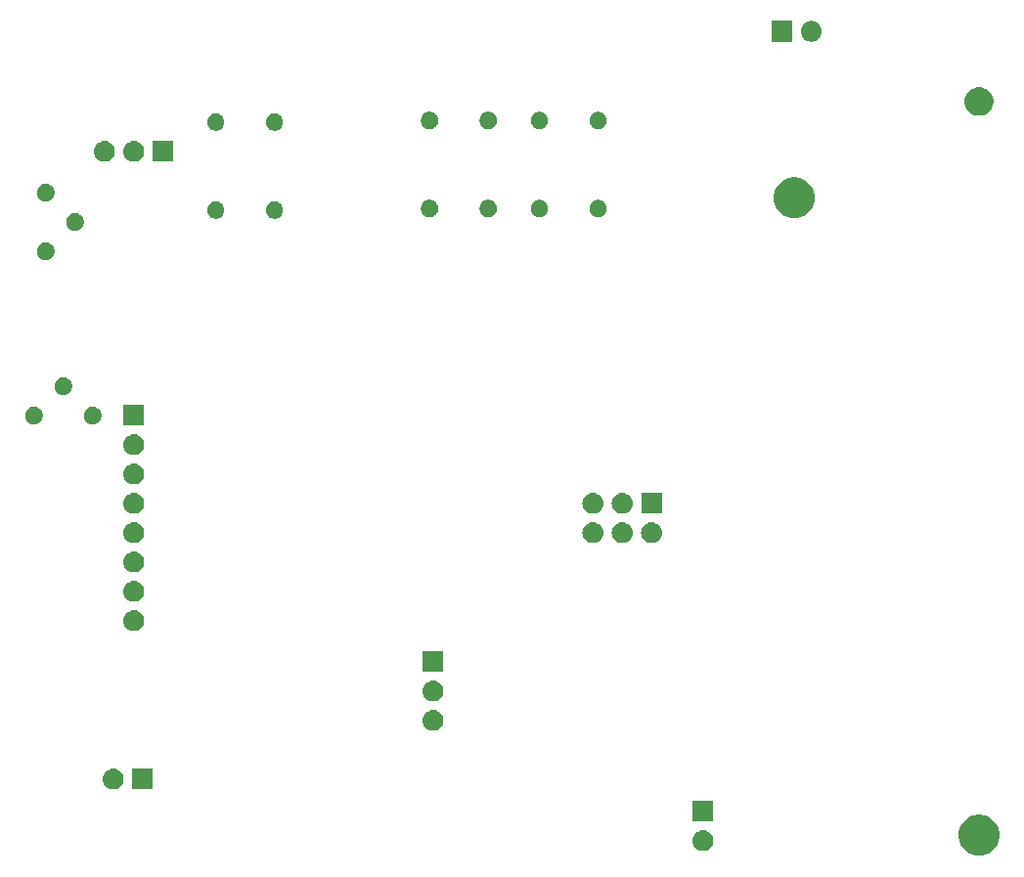
<source format=gbr>
G04 #@! TF.GenerationSoftware,KiCad,Pcbnew,5.0.2+dfsg1-1~bpo9+1*
G04 #@! TF.CreationDate,2019-10-12T12:41:39-07:00*
G04 #@! TF.ProjectId,birdEar,62697264-4561-4722-9e6b-696361645f70,rev?*
G04 #@! TF.SameCoordinates,Original*
G04 #@! TF.FileFunction,Soldermask,Bot*
G04 #@! TF.FilePolarity,Negative*
%FSLAX46Y46*%
G04 Gerber Fmt 4.6, Leading zero omitted, Abs format (unit mm)*
G04 Created by KiCad (PCBNEW 5.0.2+dfsg1-1~bpo9+1) date Sat 12 Oct 2019 12:41:39 PM PDT*
%MOMM*%
%LPD*%
G01*
G04 APERTURE LIST*
%ADD10C,0.100000*%
G04 APERTURE END LIST*
D10*
G36*
X158876285Y-148899106D02*
X159047750Y-148933213D01*
X159370778Y-149067015D01*
X159661495Y-149261267D01*
X159908733Y-149508505D01*
X160102985Y-149799222D01*
X160236787Y-150122250D01*
X160236787Y-150122252D01*
X160287671Y-150378058D01*
X160305000Y-150465180D01*
X160305000Y-150814820D01*
X160236787Y-151157750D01*
X160102985Y-151480778D01*
X159908733Y-151771495D01*
X159661495Y-152018733D01*
X159370778Y-152212985D01*
X159047750Y-152346787D01*
X158876285Y-152380893D01*
X158704822Y-152415000D01*
X158355178Y-152415000D01*
X158183715Y-152380893D01*
X158012250Y-152346787D01*
X157689222Y-152212985D01*
X157398505Y-152018733D01*
X157151267Y-151771495D01*
X156957015Y-151480778D01*
X156823213Y-151157750D01*
X156755000Y-150814820D01*
X156755000Y-150465180D01*
X156772330Y-150378058D01*
X156823213Y-150122252D01*
X156823213Y-150122250D01*
X156957015Y-149799222D01*
X157151267Y-149508505D01*
X157398505Y-149261267D01*
X157689222Y-149067015D01*
X158012250Y-148933213D01*
X158183715Y-148899106D01*
X158355178Y-148865000D01*
X158704822Y-148865000D01*
X158876285Y-148899106D01*
X158876285Y-148899106D01*
G37*
G36*
X134796431Y-150243023D02*
X134966081Y-150294486D01*
X134966084Y-150294487D01*
X135054353Y-150341668D01*
X135122432Y-150378057D01*
X135228592Y-150465180D01*
X135259475Y-150490525D01*
X135371942Y-150627567D01*
X135455513Y-150783916D01*
X135455514Y-150783919D01*
X135506977Y-150953569D01*
X135524354Y-151130000D01*
X135506977Y-151306431D01*
X135455514Y-151476081D01*
X135455513Y-151476084D01*
X135408332Y-151564353D01*
X135371943Y-151632432D01*
X135259475Y-151769475D01*
X135122432Y-151881943D01*
X135054353Y-151918332D01*
X134966084Y-151965513D01*
X134966081Y-151965514D01*
X134796431Y-152016977D01*
X134664207Y-152030000D01*
X134575793Y-152030000D01*
X134443569Y-152016977D01*
X134273919Y-151965514D01*
X134273916Y-151965513D01*
X134185647Y-151918332D01*
X134117568Y-151881943D01*
X133980525Y-151769475D01*
X133868057Y-151632432D01*
X133831668Y-151564353D01*
X133784487Y-151476084D01*
X133784486Y-151476081D01*
X133733023Y-151306431D01*
X133715646Y-151130000D01*
X133733023Y-150953569D01*
X133784486Y-150783919D01*
X133784487Y-150783916D01*
X133868058Y-150627567D01*
X133980525Y-150490525D01*
X134011408Y-150465180D01*
X134117568Y-150378057D01*
X134185647Y-150341668D01*
X134273916Y-150294487D01*
X134273919Y-150294486D01*
X134443569Y-150243023D01*
X134575793Y-150230000D01*
X134664207Y-150230000D01*
X134796431Y-150243023D01*
X134796431Y-150243023D01*
G37*
G36*
X135520000Y-149490000D02*
X133720000Y-149490000D01*
X133720000Y-147690000D01*
X135520000Y-147690000D01*
X135520000Y-149490000D01*
X135520000Y-149490000D01*
G37*
G36*
X87006000Y-146696000D02*
X85206000Y-146696000D01*
X85206000Y-144896000D01*
X87006000Y-144896000D01*
X87006000Y-146696000D01*
X87006000Y-146696000D01*
G37*
G36*
X83742431Y-144909023D02*
X83912081Y-144960486D01*
X83912084Y-144960487D01*
X84000353Y-145007668D01*
X84068432Y-145044057D01*
X84068434Y-145044058D01*
X84068433Y-145044058D01*
X84205475Y-145156525D01*
X84317942Y-145293567D01*
X84401513Y-145449916D01*
X84401514Y-145449919D01*
X84452977Y-145619569D01*
X84470354Y-145796000D01*
X84452977Y-145972431D01*
X84401514Y-146142081D01*
X84401513Y-146142084D01*
X84354332Y-146230353D01*
X84317943Y-146298432D01*
X84205475Y-146435475D01*
X84068432Y-146547943D01*
X84000353Y-146584332D01*
X83912084Y-146631513D01*
X83912081Y-146631514D01*
X83742431Y-146682977D01*
X83610207Y-146696000D01*
X83521793Y-146696000D01*
X83389569Y-146682977D01*
X83219919Y-146631514D01*
X83219916Y-146631513D01*
X83131647Y-146584332D01*
X83063568Y-146547943D01*
X82926525Y-146435475D01*
X82814057Y-146298432D01*
X82777668Y-146230353D01*
X82730487Y-146142084D01*
X82730486Y-146142081D01*
X82679023Y-145972431D01*
X82661646Y-145796000D01*
X82679023Y-145619569D01*
X82730486Y-145449919D01*
X82730487Y-145449916D01*
X82814058Y-145293567D01*
X82926525Y-145156525D01*
X83063567Y-145044058D01*
X83063566Y-145044058D01*
X83063568Y-145044057D01*
X83131647Y-145007668D01*
X83219916Y-144960487D01*
X83219919Y-144960486D01*
X83389569Y-144909023D01*
X83521793Y-144896000D01*
X83610207Y-144896000D01*
X83742431Y-144909023D01*
X83742431Y-144909023D01*
G37*
G36*
X111428431Y-139829023D02*
X111598081Y-139880486D01*
X111598084Y-139880487D01*
X111686353Y-139927668D01*
X111754432Y-139964057D01*
X111754434Y-139964058D01*
X111754433Y-139964058D01*
X111891475Y-140076525D01*
X112003942Y-140213567D01*
X112087513Y-140369916D01*
X112087514Y-140369919D01*
X112138977Y-140539569D01*
X112156354Y-140716000D01*
X112138977Y-140892431D01*
X112087514Y-141062081D01*
X112087513Y-141062084D01*
X112040332Y-141150353D01*
X112003943Y-141218432D01*
X111891475Y-141355475D01*
X111754432Y-141467943D01*
X111686353Y-141504332D01*
X111598084Y-141551513D01*
X111598081Y-141551514D01*
X111428431Y-141602977D01*
X111296207Y-141616000D01*
X111207793Y-141616000D01*
X111075569Y-141602977D01*
X110905919Y-141551514D01*
X110905916Y-141551513D01*
X110817647Y-141504332D01*
X110749568Y-141467943D01*
X110612525Y-141355475D01*
X110500057Y-141218432D01*
X110463668Y-141150353D01*
X110416487Y-141062084D01*
X110416486Y-141062081D01*
X110365023Y-140892431D01*
X110347646Y-140716000D01*
X110365023Y-140539569D01*
X110416486Y-140369919D01*
X110416487Y-140369916D01*
X110500058Y-140213567D01*
X110612525Y-140076525D01*
X110749567Y-139964058D01*
X110749566Y-139964058D01*
X110749568Y-139964057D01*
X110817647Y-139927668D01*
X110905916Y-139880487D01*
X110905919Y-139880486D01*
X111075569Y-139829023D01*
X111207793Y-139816000D01*
X111296207Y-139816000D01*
X111428431Y-139829023D01*
X111428431Y-139829023D01*
G37*
G36*
X111428431Y-137289023D02*
X111598081Y-137340486D01*
X111598084Y-137340487D01*
X111686353Y-137387668D01*
X111754432Y-137424057D01*
X111754434Y-137424058D01*
X111754433Y-137424058D01*
X111891475Y-137536525D01*
X112003942Y-137673567D01*
X112087513Y-137829916D01*
X112087514Y-137829919D01*
X112138977Y-137999569D01*
X112156354Y-138176000D01*
X112138977Y-138352431D01*
X112087514Y-138522081D01*
X112087513Y-138522084D01*
X112040332Y-138610353D01*
X112003943Y-138678432D01*
X111891475Y-138815475D01*
X111754432Y-138927943D01*
X111686353Y-138964332D01*
X111598084Y-139011513D01*
X111598081Y-139011514D01*
X111428431Y-139062977D01*
X111296207Y-139076000D01*
X111207793Y-139076000D01*
X111075569Y-139062977D01*
X110905919Y-139011514D01*
X110905916Y-139011513D01*
X110817647Y-138964332D01*
X110749568Y-138927943D01*
X110612525Y-138815475D01*
X110500057Y-138678432D01*
X110463668Y-138610353D01*
X110416487Y-138522084D01*
X110416486Y-138522081D01*
X110365023Y-138352431D01*
X110347646Y-138176000D01*
X110365023Y-137999569D01*
X110416486Y-137829919D01*
X110416487Y-137829916D01*
X110500058Y-137673567D01*
X110612525Y-137536525D01*
X110749567Y-137424058D01*
X110749566Y-137424058D01*
X110749568Y-137424057D01*
X110817647Y-137387668D01*
X110905916Y-137340487D01*
X110905919Y-137340486D01*
X111075569Y-137289023D01*
X111207793Y-137276000D01*
X111296207Y-137276000D01*
X111428431Y-137289023D01*
X111428431Y-137289023D01*
G37*
G36*
X112152000Y-136536000D02*
X110352000Y-136536000D01*
X110352000Y-134736000D01*
X112152000Y-134736000D01*
X112152000Y-136536000D01*
X112152000Y-136536000D01*
G37*
G36*
X85520431Y-131193023D02*
X85690081Y-131244486D01*
X85690084Y-131244487D01*
X85778353Y-131291668D01*
X85846432Y-131328057D01*
X85846434Y-131328058D01*
X85846433Y-131328058D01*
X85983475Y-131440525D01*
X86095942Y-131577567D01*
X86179513Y-131733916D01*
X86179514Y-131733919D01*
X86230977Y-131903569D01*
X86248354Y-132080000D01*
X86230977Y-132256431D01*
X86179514Y-132426081D01*
X86179513Y-132426084D01*
X86132332Y-132514353D01*
X86095943Y-132582432D01*
X85983475Y-132719475D01*
X85846432Y-132831943D01*
X85778353Y-132868332D01*
X85690084Y-132915513D01*
X85690081Y-132915514D01*
X85520431Y-132966977D01*
X85388207Y-132980000D01*
X85299793Y-132980000D01*
X85167569Y-132966977D01*
X84997919Y-132915514D01*
X84997916Y-132915513D01*
X84909647Y-132868332D01*
X84841568Y-132831943D01*
X84704525Y-132719475D01*
X84592057Y-132582432D01*
X84555668Y-132514353D01*
X84508487Y-132426084D01*
X84508486Y-132426081D01*
X84457023Y-132256431D01*
X84439646Y-132080000D01*
X84457023Y-131903569D01*
X84508486Y-131733919D01*
X84508487Y-131733916D01*
X84592058Y-131577567D01*
X84704525Y-131440525D01*
X84841567Y-131328058D01*
X84841566Y-131328058D01*
X84841568Y-131328057D01*
X84909647Y-131291668D01*
X84997916Y-131244487D01*
X84997919Y-131244486D01*
X85167569Y-131193023D01*
X85299793Y-131180000D01*
X85388207Y-131180000D01*
X85520431Y-131193023D01*
X85520431Y-131193023D01*
G37*
G36*
X85520431Y-128653023D02*
X85690081Y-128704486D01*
X85690084Y-128704487D01*
X85778353Y-128751668D01*
X85846432Y-128788057D01*
X85846434Y-128788058D01*
X85846433Y-128788058D01*
X85983475Y-128900525D01*
X86095942Y-129037567D01*
X86179513Y-129193916D01*
X86179514Y-129193919D01*
X86230977Y-129363569D01*
X86248354Y-129540000D01*
X86230977Y-129716431D01*
X86179514Y-129886081D01*
X86179513Y-129886084D01*
X86132332Y-129974353D01*
X86095943Y-130042432D01*
X85983475Y-130179475D01*
X85846432Y-130291943D01*
X85778353Y-130328332D01*
X85690084Y-130375513D01*
X85690081Y-130375514D01*
X85520431Y-130426977D01*
X85388207Y-130440000D01*
X85299793Y-130440000D01*
X85167569Y-130426977D01*
X84997919Y-130375514D01*
X84997916Y-130375513D01*
X84909647Y-130328332D01*
X84841568Y-130291943D01*
X84704525Y-130179475D01*
X84592057Y-130042432D01*
X84555668Y-129974353D01*
X84508487Y-129886084D01*
X84508486Y-129886081D01*
X84457023Y-129716431D01*
X84439646Y-129540000D01*
X84457023Y-129363569D01*
X84508486Y-129193919D01*
X84508487Y-129193916D01*
X84592058Y-129037567D01*
X84704525Y-128900525D01*
X84841567Y-128788058D01*
X84841566Y-128788058D01*
X84841568Y-128788057D01*
X84909647Y-128751668D01*
X84997916Y-128704487D01*
X84997919Y-128704486D01*
X85167569Y-128653023D01*
X85299793Y-128640000D01*
X85388207Y-128640000D01*
X85520431Y-128653023D01*
X85520431Y-128653023D01*
G37*
G36*
X85520431Y-126113023D02*
X85690081Y-126164486D01*
X85690084Y-126164487D01*
X85778353Y-126211668D01*
X85846432Y-126248057D01*
X85846434Y-126248058D01*
X85846433Y-126248058D01*
X85983475Y-126360525D01*
X86095942Y-126497567D01*
X86179513Y-126653916D01*
X86179514Y-126653919D01*
X86230977Y-126823569D01*
X86248354Y-127000000D01*
X86230977Y-127176431D01*
X86179514Y-127346081D01*
X86179513Y-127346084D01*
X86132332Y-127434353D01*
X86095943Y-127502432D01*
X85983475Y-127639475D01*
X85846432Y-127751943D01*
X85778353Y-127788332D01*
X85690084Y-127835513D01*
X85690081Y-127835514D01*
X85520431Y-127886977D01*
X85388207Y-127900000D01*
X85299793Y-127900000D01*
X85167569Y-127886977D01*
X84997919Y-127835514D01*
X84997916Y-127835513D01*
X84909647Y-127788332D01*
X84841568Y-127751943D01*
X84704525Y-127639475D01*
X84592057Y-127502432D01*
X84555668Y-127434353D01*
X84508487Y-127346084D01*
X84508486Y-127346081D01*
X84457023Y-127176431D01*
X84439646Y-127000000D01*
X84457023Y-126823569D01*
X84508486Y-126653919D01*
X84508487Y-126653916D01*
X84592058Y-126497567D01*
X84704525Y-126360525D01*
X84841567Y-126248058D01*
X84841566Y-126248058D01*
X84841568Y-126248057D01*
X84909647Y-126211668D01*
X84997916Y-126164487D01*
X84997919Y-126164486D01*
X85167569Y-126113023D01*
X85299793Y-126100000D01*
X85388207Y-126100000D01*
X85520431Y-126113023D01*
X85520431Y-126113023D01*
G37*
G36*
X85520431Y-123573023D02*
X85690081Y-123624486D01*
X85690084Y-123624487D01*
X85778353Y-123671668D01*
X85846432Y-123708057D01*
X85846434Y-123708058D01*
X85846433Y-123708058D01*
X85983475Y-123820525D01*
X86095942Y-123957567D01*
X86179513Y-124113916D01*
X86179514Y-124113919D01*
X86230977Y-124283569D01*
X86248354Y-124460000D01*
X86230977Y-124636431D01*
X86179514Y-124806081D01*
X86179513Y-124806084D01*
X86132332Y-124894353D01*
X86095943Y-124962432D01*
X85983475Y-125099475D01*
X85846432Y-125211943D01*
X85778353Y-125248332D01*
X85690084Y-125295513D01*
X85690081Y-125295514D01*
X85520431Y-125346977D01*
X85388207Y-125360000D01*
X85299793Y-125360000D01*
X85167569Y-125346977D01*
X84997919Y-125295514D01*
X84997916Y-125295513D01*
X84909647Y-125248332D01*
X84841568Y-125211943D01*
X84704525Y-125099475D01*
X84592057Y-124962432D01*
X84555668Y-124894353D01*
X84508487Y-124806084D01*
X84508486Y-124806081D01*
X84457023Y-124636431D01*
X84439646Y-124460000D01*
X84457023Y-124283569D01*
X84508486Y-124113919D01*
X84508487Y-124113916D01*
X84592058Y-123957567D01*
X84704525Y-123820525D01*
X84841567Y-123708058D01*
X84841566Y-123708058D01*
X84841568Y-123708057D01*
X84909647Y-123671668D01*
X84997916Y-123624487D01*
X84997919Y-123624486D01*
X85167569Y-123573023D01*
X85299793Y-123560000D01*
X85388207Y-123560000D01*
X85520431Y-123573023D01*
X85520431Y-123573023D01*
G37*
G36*
X125271431Y-123573023D02*
X125441081Y-123624486D01*
X125441084Y-123624487D01*
X125529353Y-123671668D01*
X125597432Y-123708057D01*
X125597434Y-123708058D01*
X125597433Y-123708058D01*
X125734475Y-123820525D01*
X125846942Y-123957567D01*
X125930513Y-124113916D01*
X125930514Y-124113919D01*
X125981977Y-124283569D01*
X125999354Y-124460000D01*
X125981977Y-124636431D01*
X125930514Y-124806081D01*
X125930513Y-124806084D01*
X125883332Y-124894353D01*
X125846943Y-124962432D01*
X125734475Y-125099475D01*
X125597432Y-125211943D01*
X125529353Y-125248332D01*
X125441084Y-125295513D01*
X125441081Y-125295514D01*
X125271431Y-125346977D01*
X125139207Y-125360000D01*
X125050793Y-125360000D01*
X124918569Y-125346977D01*
X124748919Y-125295514D01*
X124748916Y-125295513D01*
X124660647Y-125248332D01*
X124592568Y-125211943D01*
X124455525Y-125099475D01*
X124343057Y-124962432D01*
X124306668Y-124894353D01*
X124259487Y-124806084D01*
X124259486Y-124806081D01*
X124208023Y-124636431D01*
X124190646Y-124460000D01*
X124208023Y-124283569D01*
X124259486Y-124113919D01*
X124259487Y-124113916D01*
X124343058Y-123957567D01*
X124455525Y-123820525D01*
X124592567Y-123708058D01*
X124592566Y-123708058D01*
X124592568Y-123708057D01*
X124660647Y-123671668D01*
X124748916Y-123624487D01*
X124748919Y-123624486D01*
X124918569Y-123573023D01*
X125050793Y-123560000D01*
X125139207Y-123560000D01*
X125271431Y-123573023D01*
X125271431Y-123573023D01*
G37*
G36*
X130351431Y-123573023D02*
X130521081Y-123624486D01*
X130521084Y-123624487D01*
X130609353Y-123671668D01*
X130677432Y-123708057D01*
X130677434Y-123708058D01*
X130677433Y-123708058D01*
X130814475Y-123820525D01*
X130926942Y-123957567D01*
X131010513Y-124113916D01*
X131010514Y-124113919D01*
X131061977Y-124283569D01*
X131079354Y-124460000D01*
X131061977Y-124636431D01*
X131010514Y-124806081D01*
X131010513Y-124806084D01*
X130963332Y-124894353D01*
X130926943Y-124962432D01*
X130814475Y-125099475D01*
X130677432Y-125211943D01*
X130609353Y-125248332D01*
X130521084Y-125295513D01*
X130521081Y-125295514D01*
X130351431Y-125346977D01*
X130219207Y-125360000D01*
X130130793Y-125360000D01*
X129998569Y-125346977D01*
X129828919Y-125295514D01*
X129828916Y-125295513D01*
X129740647Y-125248332D01*
X129672568Y-125211943D01*
X129535525Y-125099475D01*
X129423057Y-124962432D01*
X129386668Y-124894353D01*
X129339487Y-124806084D01*
X129339486Y-124806081D01*
X129288023Y-124636431D01*
X129270646Y-124460000D01*
X129288023Y-124283569D01*
X129339486Y-124113919D01*
X129339487Y-124113916D01*
X129423058Y-123957567D01*
X129535525Y-123820525D01*
X129672567Y-123708058D01*
X129672566Y-123708058D01*
X129672568Y-123708057D01*
X129740647Y-123671668D01*
X129828916Y-123624487D01*
X129828919Y-123624486D01*
X129998569Y-123573023D01*
X130130793Y-123560000D01*
X130219207Y-123560000D01*
X130351431Y-123573023D01*
X130351431Y-123573023D01*
G37*
G36*
X127811431Y-123573023D02*
X127981081Y-123624486D01*
X127981084Y-123624487D01*
X128069353Y-123671668D01*
X128137432Y-123708057D01*
X128137434Y-123708058D01*
X128137433Y-123708058D01*
X128274475Y-123820525D01*
X128386942Y-123957567D01*
X128470513Y-124113916D01*
X128470514Y-124113919D01*
X128521977Y-124283569D01*
X128539354Y-124460000D01*
X128521977Y-124636431D01*
X128470514Y-124806081D01*
X128470513Y-124806084D01*
X128423332Y-124894353D01*
X128386943Y-124962432D01*
X128274475Y-125099475D01*
X128137432Y-125211943D01*
X128069353Y-125248332D01*
X127981084Y-125295513D01*
X127981081Y-125295514D01*
X127811431Y-125346977D01*
X127679207Y-125360000D01*
X127590793Y-125360000D01*
X127458569Y-125346977D01*
X127288919Y-125295514D01*
X127288916Y-125295513D01*
X127200647Y-125248332D01*
X127132568Y-125211943D01*
X126995525Y-125099475D01*
X126883057Y-124962432D01*
X126846668Y-124894353D01*
X126799487Y-124806084D01*
X126799486Y-124806081D01*
X126748023Y-124636431D01*
X126730646Y-124460000D01*
X126748023Y-124283569D01*
X126799486Y-124113919D01*
X126799487Y-124113916D01*
X126883058Y-123957567D01*
X126995525Y-123820525D01*
X127132567Y-123708058D01*
X127132566Y-123708058D01*
X127132568Y-123708057D01*
X127200647Y-123671668D01*
X127288916Y-123624487D01*
X127288919Y-123624486D01*
X127458569Y-123573023D01*
X127590793Y-123560000D01*
X127679207Y-123560000D01*
X127811431Y-123573023D01*
X127811431Y-123573023D01*
G37*
G36*
X125271431Y-121033023D02*
X125441081Y-121084486D01*
X125441084Y-121084487D01*
X125529353Y-121131668D01*
X125597432Y-121168057D01*
X125597434Y-121168058D01*
X125597433Y-121168058D01*
X125734475Y-121280525D01*
X125846942Y-121417567D01*
X125930513Y-121573916D01*
X125930514Y-121573919D01*
X125981977Y-121743569D01*
X125999354Y-121920000D01*
X125981977Y-122096431D01*
X125930514Y-122266081D01*
X125930513Y-122266084D01*
X125883332Y-122354353D01*
X125846943Y-122422432D01*
X125734475Y-122559475D01*
X125597432Y-122671943D01*
X125529353Y-122708332D01*
X125441084Y-122755513D01*
X125441081Y-122755514D01*
X125271431Y-122806977D01*
X125139207Y-122820000D01*
X125050793Y-122820000D01*
X124918569Y-122806977D01*
X124748919Y-122755514D01*
X124748916Y-122755513D01*
X124660647Y-122708332D01*
X124592568Y-122671943D01*
X124455525Y-122559475D01*
X124343057Y-122422432D01*
X124306668Y-122354353D01*
X124259487Y-122266084D01*
X124259486Y-122266081D01*
X124208023Y-122096431D01*
X124190646Y-121920000D01*
X124208023Y-121743569D01*
X124259486Y-121573919D01*
X124259487Y-121573916D01*
X124343058Y-121417567D01*
X124455525Y-121280525D01*
X124592567Y-121168058D01*
X124592566Y-121168058D01*
X124592568Y-121168057D01*
X124660647Y-121131668D01*
X124748916Y-121084487D01*
X124748919Y-121084486D01*
X124918569Y-121033023D01*
X125050793Y-121020000D01*
X125139207Y-121020000D01*
X125271431Y-121033023D01*
X125271431Y-121033023D01*
G37*
G36*
X127811431Y-121033023D02*
X127981081Y-121084486D01*
X127981084Y-121084487D01*
X128069353Y-121131668D01*
X128137432Y-121168057D01*
X128137434Y-121168058D01*
X128137433Y-121168058D01*
X128274475Y-121280525D01*
X128386942Y-121417567D01*
X128470513Y-121573916D01*
X128470514Y-121573919D01*
X128521977Y-121743569D01*
X128539354Y-121920000D01*
X128521977Y-122096431D01*
X128470514Y-122266081D01*
X128470513Y-122266084D01*
X128423332Y-122354353D01*
X128386943Y-122422432D01*
X128274475Y-122559475D01*
X128137432Y-122671943D01*
X128069353Y-122708332D01*
X127981084Y-122755513D01*
X127981081Y-122755514D01*
X127811431Y-122806977D01*
X127679207Y-122820000D01*
X127590793Y-122820000D01*
X127458569Y-122806977D01*
X127288919Y-122755514D01*
X127288916Y-122755513D01*
X127200647Y-122708332D01*
X127132568Y-122671943D01*
X126995525Y-122559475D01*
X126883057Y-122422432D01*
X126846668Y-122354353D01*
X126799487Y-122266084D01*
X126799486Y-122266081D01*
X126748023Y-122096431D01*
X126730646Y-121920000D01*
X126748023Y-121743569D01*
X126799486Y-121573919D01*
X126799487Y-121573916D01*
X126883058Y-121417567D01*
X126995525Y-121280525D01*
X127132567Y-121168058D01*
X127132566Y-121168058D01*
X127132568Y-121168057D01*
X127200647Y-121131668D01*
X127288916Y-121084487D01*
X127288919Y-121084486D01*
X127458569Y-121033023D01*
X127590793Y-121020000D01*
X127679207Y-121020000D01*
X127811431Y-121033023D01*
X127811431Y-121033023D01*
G37*
G36*
X131075000Y-122820000D02*
X129275000Y-122820000D01*
X129275000Y-121020000D01*
X131075000Y-121020000D01*
X131075000Y-122820000D01*
X131075000Y-122820000D01*
G37*
G36*
X85520431Y-121033023D02*
X85690081Y-121084486D01*
X85690084Y-121084487D01*
X85778353Y-121131668D01*
X85846432Y-121168057D01*
X85846434Y-121168058D01*
X85846433Y-121168058D01*
X85983475Y-121280525D01*
X86095942Y-121417567D01*
X86179513Y-121573916D01*
X86179514Y-121573919D01*
X86230977Y-121743569D01*
X86248354Y-121920000D01*
X86230977Y-122096431D01*
X86179514Y-122266081D01*
X86179513Y-122266084D01*
X86132332Y-122354353D01*
X86095943Y-122422432D01*
X85983475Y-122559475D01*
X85846432Y-122671943D01*
X85778353Y-122708332D01*
X85690084Y-122755513D01*
X85690081Y-122755514D01*
X85520431Y-122806977D01*
X85388207Y-122820000D01*
X85299793Y-122820000D01*
X85167569Y-122806977D01*
X84997919Y-122755514D01*
X84997916Y-122755513D01*
X84909647Y-122708332D01*
X84841568Y-122671943D01*
X84704525Y-122559475D01*
X84592057Y-122422432D01*
X84555668Y-122354353D01*
X84508487Y-122266084D01*
X84508486Y-122266081D01*
X84457023Y-122096431D01*
X84439646Y-121920000D01*
X84457023Y-121743569D01*
X84508486Y-121573919D01*
X84508487Y-121573916D01*
X84592058Y-121417567D01*
X84704525Y-121280525D01*
X84841567Y-121168058D01*
X84841566Y-121168058D01*
X84841568Y-121168057D01*
X84909647Y-121131668D01*
X84997916Y-121084487D01*
X84997919Y-121084486D01*
X85167569Y-121033023D01*
X85299793Y-121020000D01*
X85388207Y-121020000D01*
X85520431Y-121033023D01*
X85520431Y-121033023D01*
G37*
G36*
X85520431Y-118493023D02*
X85690081Y-118544486D01*
X85690084Y-118544487D01*
X85778353Y-118591668D01*
X85846432Y-118628057D01*
X85846434Y-118628058D01*
X85846433Y-118628058D01*
X85983475Y-118740525D01*
X86095942Y-118877567D01*
X86179513Y-119033916D01*
X86179514Y-119033919D01*
X86230977Y-119203569D01*
X86248354Y-119380000D01*
X86230977Y-119556431D01*
X86179514Y-119726081D01*
X86179513Y-119726084D01*
X86132332Y-119814353D01*
X86095943Y-119882432D01*
X85983475Y-120019475D01*
X85846432Y-120131943D01*
X85778353Y-120168332D01*
X85690084Y-120215513D01*
X85690081Y-120215514D01*
X85520431Y-120266977D01*
X85388207Y-120280000D01*
X85299793Y-120280000D01*
X85167569Y-120266977D01*
X84997919Y-120215514D01*
X84997916Y-120215513D01*
X84909647Y-120168332D01*
X84841568Y-120131943D01*
X84704525Y-120019475D01*
X84592057Y-119882432D01*
X84555668Y-119814353D01*
X84508487Y-119726084D01*
X84508486Y-119726081D01*
X84457023Y-119556431D01*
X84439646Y-119380000D01*
X84457023Y-119203569D01*
X84508486Y-119033919D01*
X84508487Y-119033916D01*
X84592058Y-118877567D01*
X84704525Y-118740525D01*
X84841567Y-118628058D01*
X84841566Y-118628058D01*
X84841568Y-118628057D01*
X84909647Y-118591668D01*
X84997916Y-118544487D01*
X84997919Y-118544486D01*
X85167569Y-118493023D01*
X85299793Y-118480000D01*
X85388207Y-118480000D01*
X85520431Y-118493023D01*
X85520431Y-118493023D01*
G37*
G36*
X85520431Y-115953023D02*
X85690081Y-116004486D01*
X85690084Y-116004487D01*
X85778353Y-116051668D01*
X85846432Y-116088057D01*
X85846434Y-116088058D01*
X85846433Y-116088058D01*
X85983475Y-116200525D01*
X86095942Y-116337567D01*
X86179513Y-116493916D01*
X86179514Y-116493919D01*
X86230977Y-116663569D01*
X86248354Y-116840000D01*
X86230977Y-117016431D01*
X86179514Y-117186081D01*
X86179513Y-117186084D01*
X86132332Y-117274353D01*
X86095943Y-117342432D01*
X85983475Y-117479475D01*
X85846432Y-117591943D01*
X85778353Y-117628332D01*
X85690084Y-117675513D01*
X85690081Y-117675514D01*
X85520431Y-117726977D01*
X85388207Y-117740000D01*
X85299793Y-117740000D01*
X85167569Y-117726977D01*
X84997919Y-117675514D01*
X84997916Y-117675513D01*
X84909647Y-117628332D01*
X84841568Y-117591943D01*
X84704525Y-117479475D01*
X84592057Y-117342432D01*
X84555668Y-117274353D01*
X84508487Y-117186084D01*
X84508486Y-117186081D01*
X84457023Y-117016431D01*
X84439646Y-116840000D01*
X84457023Y-116663569D01*
X84508486Y-116493919D01*
X84508487Y-116493916D01*
X84592058Y-116337567D01*
X84704525Y-116200525D01*
X84841567Y-116088058D01*
X84841566Y-116088058D01*
X84841568Y-116088057D01*
X84909647Y-116051668D01*
X84997916Y-116004487D01*
X84997919Y-116004486D01*
X85167569Y-115953023D01*
X85299793Y-115940000D01*
X85388207Y-115940000D01*
X85520431Y-115953023D01*
X85520431Y-115953023D01*
G37*
G36*
X86244000Y-115200000D02*
X84444000Y-115200000D01*
X84444000Y-113400000D01*
X86244000Y-113400000D01*
X86244000Y-115200000D01*
X86244000Y-115200000D01*
G37*
G36*
X82012601Y-113559590D02*
X82064365Y-113581032D01*
X82152732Y-113617634D01*
X82247103Y-113680691D01*
X82278847Y-113701902D01*
X82386098Y-113809153D01*
X82386099Y-113809155D01*
X82470366Y-113935268D01*
X82506968Y-114023635D01*
X82528410Y-114075399D01*
X82558000Y-114224162D01*
X82558000Y-114375838D01*
X82528410Y-114524601D01*
X82506968Y-114576365D01*
X82470366Y-114664732D01*
X82407309Y-114759103D01*
X82386098Y-114790847D01*
X82278847Y-114898098D01*
X82247103Y-114919308D01*
X82152732Y-114982366D01*
X82064365Y-115018968D01*
X82012601Y-115040410D01*
X81863838Y-115070000D01*
X81712162Y-115070000D01*
X81563399Y-115040410D01*
X81511635Y-115018968D01*
X81423268Y-114982366D01*
X81328897Y-114919308D01*
X81297153Y-114898098D01*
X81189902Y-114790847D01*
X81168691Y-114759103D01*
X81105634Y-114664732D01*
X81069032Y-114576365D01*
X81047590Y-114524601D01*
X81018000Y-114375838D01*
X81018000Y-114224162D01*
X81047590Y-114075399D01*
X81069032Y-114023635D01*
X81105634Y-113935268D01*
X81189901Y-113809155D01*
X81189902Y-113809153D01*
X81297153Y-113701902D01*
X81328897Y-113680691D01*
X81423268Y-113617634D01*
X81511635Y-113581032D01*
X81563399Y-113559590D01*
X81712162Y-113530000D01*
X81863838Y-113530000D01*
X82012601Y-113559590D01*
X82012601Y-113559590D01*
G37*
G36*
X76932601Y-113559590D02*
X76984365Y-113581032D01*
X77072732Y-113617634D01*
X77167103Y-113680691D01*
X77198847Y-113701902D01*
X77306098Y-113809153D01*
X77306099Y-113809155D01*
X77390366Y-113935268D01*
X77426968Y-114023635D01*
X77448410Y-114075399D01*
X77478000Y-114224162D01*
X77478000Y-114375838D01*
X77448410Y-114524601D01*
X77426968Y-114576365D01*
X77390366Y-114664732D01*
X77327309Y-114759103D01*
X77306098Y-114790847D01*
X77198847Y-114898098D01*
X77167103Y-114919308D01*
X77072732Y-114982366D01*
X76984365Y-115018968D01*
X76932601Y-115040410D01*
X76783838Y-115070000D01*
X76632162Y-115070000D01*
X76483399Y-115040410D01*
X76431635Y-115018968D01*
X76343268Y-114982366D01*
X76248897Y-114919308D01*
X76217153Y-114898098D01*
X76109902Y-114790847D01*
X76088691Y-114759103D01*
X76025634Y-114664732D01*
X75989032Y-114576365D01*
X75967590Y-114524601D01*
X75938000Y-114375838D01*
X75938000Y-114224162D01*
X75967590Y-114075399D01*
X75989032Y-114023635D01*
X76025634Y-113935268D01*
X76109901Y-113809155D01*
X76109902Y-113809153D01*
X76217153Y-113701902D01*
X76248897Y-113680691D01*
X76343268Y-113617634D01*
X76431635Y-113581032D01*
X76483399Y-113559590D01*
X76632162Y-113530000D01*
X76783838Y-113530000D01*
X76932601Y-113559590D01*
X76932601Y-113559590D01*
G37*
G36*
X79472601Y-111019590D02*
X79524365Y-111041032D01*
X79612732Y-111077634D01*
X79707103Y-111140692D01*
X79738847Y-111161902D01*
X79846098Y-111269153D01*
X79846099Y-111269155D01*
X79930366Y-111395268D01*
X79966968Y-111483635D01*
X79988410Y-111535399D01*
X80018000Y-111684162D01*
X80018000Y-111835838D01*
X79988410Y-111984601D01*
X79966968Y-112036365D01*
X79930366Y-112124732D01*
X79867309Y-112219103D01*
X79846098Y-112250847D01*
X79738847Y-112358098D01*
X79707103Y-112379309D01*
X79612732Y-112442366D01*
X79524365Y-112478968D01*
X79472601Y-112500410D01*
X79323838Y-112530000D01*
X79172162Y-112530000D01*
X79023399Y-112500410D01*
X78971635Y-112478968D01*
X78883268Y-112442366D01*
X78788897Y-112379309D01*
X78757153Y-112358098D01*
X78649902Y-112250847D01*
X78628692Y-112219103D01*
X78565634Y-112124732D01*
X78529032Y-112036365D01*
X78507590Y-111984601D01*
X78478000Y-111835838D01*
X78478000Y-111684162D01*
X78507590Y-111535399D01*
X78529032Y-111483635D01*
X78565634Y-111395268D01*
X78649901Y-111269155D01*
X78649902Y-111269153D01*
X78757153Y-111161902D01*
X78788897Y-111140692D01*
X78883268Y-111077634D01*
X78971635Y-111041032D01*
X79023399Y-111019590D01*
X79172162Y-110990000D01*
X79323838Y-110990000D01*
X79472601Y-111019590D01*
X79472601Y-111019590D01*
G37*
G36*
X77948601Y-99335590D02*
X78000365Y-99357032D01*
X78088732Y-99393634D01*
X78183103Y-99456692D01*
X78214847Y-99477902D01*
X78322098Y-99585153D01*
X78322099Y-99585155D01*
X78406366Y-99711268D01*
X78442968Y-99799635D01*
X78464410Y-99851399D01*
X78494000Y-100000162D01*
X78494000Y-100151838D01*
X78464410Y-100300601D01*
X78442968Y-100352365D01*
X78406366Y-100440732D01*
X78343309Y-100535103D01*
X78322098Y-100566847D01*
X78214847Y-100674098D01*
X78183103Y-100695309D01*
X78088732Y-100758366D01*
X78000365Y-100794968D01*
X77948601Y-100816410D01*
X77799838Y-100846000D01*
X77648162Y-100846000D01*
X77499399Y-100816410D01*
X77447635Y-100794968D01*
X77359268Y-100758366D01*
X77264897Y-100695309D01*
X77233153Y-100674098D01*
X77125902Y-100566847D01*
X77104692Y-100535103D01*
X77041634Y-100440732D01*
X77005032Y-100352365D01*
X76983590Y-100300601D01*
X76954000Y-100151838D01*
X76954000Y-100000162D01*
X76983590Y-99851399D01*
X77005032Y-99799635D01*
X77041634Y-99711268D01*
X77125901Y-99585155D01*
X77125902Y-99585153D01*
X77233153Y-99477902D01*
X77264897Y-99456692D01*
X77359268Y-99393634D01*
X77447635Y-99357032D01*
X77499399Y-99335590D01*
X77648162Y-99306000D01*
X77799838Y-99306000D01*
X77948601Y-99335590D01*
X77948601Y-99335590D01*
G37*
G36*
X80488601Y-96795590D02*
X80540365Y-96817032D01*
X80628732Y-96853634D01*
X80723103Y-96916691D01*
X80754847Y-96937902D01*
X80862098Y-97045153D01*
X80862099Y-97045155D01*
X80946366Y-97171268D01*
X80974726Y-97239736D01*
X81004410Y-97311399D01*
X81034000Y-97460162D01*
X81034000Y-97611838D01*
X81004410Y-97760601D01*
X80982968Y-97812365D01*
X80946366Y-97900732D01*
X80883308Y-97995103D01*
X80862098Y-98026847D01*
X80754847Y-98134098D01*
X80723103Y-98155309D01*
X80628732Y-98218366D01*
X80540365Y-98254968D01*
X80488601Y-98276410D01*
X80339838Y-98306000D01*
X80188162Y-98306000D01*
X80039399Y-98276410D01*
X79987635Y-98254968D01*
X79899268Y-98218366D01*
X79804897Y-98155309D01*
X79773153Y-98134098D01*
X79665902Y-98026847D01*
X79644691Y-97995103D01*
X79581634Y-97900732D01*
X79545032Y-97812365D01*
X79523590Y-97760601D01*
X79494000Y-97611838D01*
X79494000Y-97460162D01*
X79523590Y-97311399D01*
X79553274Y-97239736D01*
X79581634Y-97171268D01*
X79665901Y-97045155D01*
X79665902Y-97045153D01*
X79773153Y-96937902D01*
X79804897Y-96916691D01*
X79899268Y-96853634D01*
X79987635Y-96817032D01*
X80039399Y-96795590D01*
X80188162Y-96766000D01*
X80339838Y-96766000D01*
X80488601Y-96795590D01*
X80488601Y-96795590D01*
G37*
G36*
X92674329Y-95800264D02*
X92674332Y-95800265D01*
X92674331Y-95800265D01*
X92810548Y-95856688D01*
X92933140Y-95938601D01*
X93037399Y-96042860D01*
X93110104Y-96151671D01*
X93119312Y-96165452D01*
X93175736Y-96301671D01*
X93204500Y-96446279D01*
X93204500Y-96593721D01*
X93175736Y-96738329D01*
X93175735Y-96738331D01*
X93119312Y-96874548D01*
X93067963Y-96951398D01*
X93037398Y-96997141D01*
X92933141Y-97101398D01*
X92810548Y-97183312D01*
X92674329Y-97239736D01*
X92529721Y-97268500D01*
X92382279Y-97268500D01*
X92237671Y-97239736D01*
X92101452Y-97183312D01*
X91978859Y-97101398D01*
X91874602Y-96997141D01*
X91844038Y-96951398D01*
X91792688Y-96874548D01*
X91736265Y-96738331D01*
X91736264Y-96738329D01*
X91707500Y-96593721D01*
X91707500Y-96446279D01*
X91736264Y-96301671D01*
X91792688Y-96165452D01*
X91801896Y-96151671D01*
X91874601Y-96042860D01*
X91978860Y-95938601D01*
X92101452Y-95856688D01*
X92237669Y-95800265D01*
X92237668Y-95800265D01*
X92237671Y-95800264D01*
X92382279Y-95771500D01*
X92529721Y-95771500D01*
X92674329Y-95800264D01*
X92674329Y-95800264D01*
G37*
G36*
X97754329Y-95800264D02*
X97754332Y-95800265D01*
X97754331Y-95800265D01*
X97890548Y-95856688D01*
X98013140Y-95938601D01*
X98117399Y-96042860D01*
X98190104Y-96151671D01*
X98199312Y-96165452D01*
X98255736Y-96301671D01*
X98284500Y-96446279D01*
X98284500Y-96593721D01*
X98255736Y-96738329D01*
X98255735Y-96738331D01*
X98199312Y-96874548D01*
X98147963Y-96951398D01*
X98117398Y-96997141D01*
X98013141Y-97101398D01*
X97890548Y-97183312D01*
X97754329Y-97239736D01*
X97609721Y-97268500D01*
X97462279Y-97268500D01*
X97317671Y-97239736D01*
X97181452Y-97183312D01*
X97058859Y-97101398D01*
X96954602Y-96997141D01*
X96924038Y-96951398D01*
X96872688Y-96874548D01*
X96816265Y-96738331D01*
X96816264Y-96738329D01*
X96787500Y-96593721D01*
X96787500Y-96446279D01*
X96816264Y-96301671D01*
X96872688Y-96165452D01*
X96881896Y-96151671D01*
X96954601Y-96042860D01*
X97058860Y-95938601D01*
X97181452Y-95856688D01*
X97317669Y-95800265D01*
X97317668Y-95800265D01*
X97317671Y-95800264D01*
X97462279Y-95771500D01*
X97609721Y-95771500D01*
X97754329Y-95800264D01*
X97754329Y-95800264D01*
G37*
G36*
X142876285Y-93699106D02*
X143047750Y-93733213D01*
X143370778Y-93867015D01*
X143661495Y-94061267D01*
X143908733Y-94308505D01*
X144102985Y-94599222D01*
X144236787Y-94922250D01*
X144236787Y-94922252D01*
X144305000Y-95265178D01*
X144305000Y-95614822D01*
X144280814Y-95736410D01*
X144236787Y-95957750D01*
X144102985Y-96280778D01*
X143908733Y-96571495D01*
X143661495Y-96818733D01*
X143370778Y-97012985D01*
X143047750Y-97146787D01*
X142876285Y-97180893D01*
X142704822Y-97215000D01*
X142355178Y-97215000D01*
X142183715Y-97180894D01*
X142012250Y-97146787D01*
X141689222Y-97012985D01*
X141398505Y-96818733D01*
X141151267Y-96571495D01*
X140957015Y-96280778D01*
X140823213Y-95957750D01*
X140779186Y-95736410D01*
X140755000Y-95614822D01*
X140755000Y-95265178D01*
X140823213Y-94922252D01*
X140823213Y-94922250D01*
X140957015Y-94599222D01*
X141151267Y-94308505D01*
X141398505Y-94061267D01*
X141689222Y-93867015D01*
X142012250Y-93733213D01*
X142183715Y-93699106D01*
X142355178Y-93665000D01*
X142704822Y-93665000D01*
X142876285Y-93699106D01*
X142876285Y-93699106D01*
G37*
G36*
X116248329Y-95650264D02*
X116316173Y-95678366D01*
X116384548Y-95706688D01*
X116507140Y-95788601D01*
X116611399Y-95892860D01*
X116654757Y-95957750D01*
X116693312Y-96015452D01*
X116749736Y-96151671D01*
X116778500Y-96296279D01*
X116778500Y-96443721D01*
X116749736Y-96588329D01*
X116693312Y-96724548D01*
X116630381Y-96818732D01*
X116611398Y-96847141D01*
X116507141Y-96951398D01*
X116384548Y-97033312D01*
X116248329Y-97089736D01*
X116103721Y-97118500D01*
X115956279Y-97118500D01*
X115811671Y-97089736D01*
X115675452Y-97033312D01*
X115552859Y-96951398D01*
X115448602Y-96847141D01*
X115429620Y-96818732D01*
X115366688Y-96724548D01*
X115310264Y-96588329D01*
X115281500Y-96443721D01*
X115281500Y-96296279D01*
X115310264Y-96151671D01*
X115366688Y-96015452D01*
X115405243Y-95957750D01*
X115448601Y-95892860D01*
X115552860Y-95788601D01*
X115675452Y-95706688D01*
X115743827Y-95678366D01*
X115811671Y-95650264D01*
X115956279Y-95621500D01*
X116103721Y-95621500D01*
X116248329Y-95650264D01*
X116248329Y-95650264D01*
G37*
G36*
X125773329Y-95650264D02*
X125841173Y-95678366D01*
X125909548Y-95706688D01*
X126032140Y-95788601D01*
X126136399Y-95892860D01*
X126179757Y-95957750D01*
X126218312Y-96015452D01*
X126274736Y-96151671D01*
X126303500Y-96296279D01*
X126303500Y-96443721D01*
X126274736Y-96588329D01*
X126218312Y-96724548D01*
X126155381Y-96818732D01*
X126136398Y-96847141D01*
X126032141Y-96951398D01*
X125909548Y-97033312D01*
X125773329Y-97089736D01*
X125628721Y-97118500D01*
X125481279Y-97118500D01*
X125336671Y-97089736D01*
X125200452Y-97033312D01*
X125077859Y-96951398D01*
X124973602Y-96847141D01*
X124954620Y-96818732D01*
X124891688Y-96724548D01*
X124835264Y-96588329D01*
X124806500Y-96443721D01*
X124806500Y-96296279D01*
X124835264Y-96151671D01*
X124891688Y-96015452D01*
X124930243Y-95957750D01*
X124973601Y-95892860D01*
X125077860Y-95788601D01*
X125200452Y-95706688D01*
X125268827Y-95678366D01*
X125336671Y-95650264D01*
X125481279Y-95621500D01*
X125628721Y-95621500D01*
X125773329Y-95650264D01*
X125773329Y-95650264D01*
G37*
G36*
X120693329Y-95650264D02*
X120761173Y-95678366D01*
X120829548Y-95706688D01*
X120952140Y-95788601D01*
X121056399Y-95892860D01*
X121099757Y-95957750D01*
X121138312Y-96015452D01*
X121194736Y-96151671D01*
X121223500Y-96296279D01*
X121223500Y-96443721D01*
X121194736Y-96588329D01*
X121138312Y-96724548D01*
X121075381Y-96818732D01*
X121056398Y-96847141D01*
X120952141Y-96951398D01*
X120829548Y-97033312D01*
X120693329Y-97089736D01*
X120548721Y-97118500D01*
X120401279Y-97118500D01*
X120256671Y-97089736D01*
X120120452Y-97033312D01*
X119997859Y-96951398D01*
X119893602Y-96847141D01*
X119874620Y-96818732D01*
X119811688Y-96724548D01*
X119755264Y-96588329D01*
X119726500Y-96443721D01*
X119726500Y-96296279D01*
X119755264Y-96151671D01*
X119811688Y-96015452D01*
X119850243Y-95957750D01*
X119893601Y-95892860D01*
X119997860Y-95788601D01*
X120120452Y-95706688D01*
X120188827Y-95678366D01*
X120256671Y-95650264D01*
X120401279Y-95621500D01*
X120548721Y-95621500D01*
X120693329Y-95650264D01*
X120693329Y-95650264D01*
G37*
G36*
X111168329Y-95650264D02*
X111236173Y-95678366D01*
X111304548Y-95706688D01*
X111427140Y-95788601D01*
X111531399Y-95892860D01*
X111574757Y-95957750D01*
X111613312Y-96015452D01*
X111669736Y-96151671D01*
X111698500Y-96296279D01*
X111698500Y-96443721D01*
X111669736Y-96588329D01*
X111613312Y-96724548D01*
X111550381Y-96818732D01*
X111531398Y-96847141D01*
X111427141Y-96951398D01*
X111304548Y-97033312D01*
X111168329Y-97089736D01*
X111023721Y-97118500D01*
X110876279Y-97118500D01*
X110731671Y-97089736D01*
X110595452Y-97033312D01*
X110472859Y-96951398D01*
X110368602Y-96847141D01*
X110349620Y-96818732D01*
X110286688Y-96724548D01*
X110230264Y-96588329D01*
X110201500Y-96443721D01*
X110201500Y-96296279D01*
X110230264Y-96151671D01*
X110286688Y-96015452D01*
X110325243Y-95957750D01*
X110368601Y-95892860D01*
X110472860Y-95788601D01*
X110595452Y-95706688D01*
X110663827Y-95678366D01*
X110731671Y-95650264D01*
X110876279Y-95621500D01*
X111023721Y-95621500D01*
X111168329Y-95650264D01*
X111168329Y-95650264D01*
G37*
G36*
X77948601Y-94255590D02*
X78000365Y-94277032D01*
X78088732Y-94313634D01*
X78183103Y-94376691D01*
X78214847Y-94397902D01*
X78322098Y-94505153D01*
X78322099Y-94505155D01*
X78406366Y-94631268D01*
X78442968Y-94719635D01*
X78464410Y-94771399D01*
X78494000Y-94920162D01*
X78494000Y-95071838D01*
X78464410Y-95220601D01*
X78442968Y-95272365D01*
X78406366Y-95360732D01*
X78343309Y-95455103D01*
X78322098Y-95486847D01*
X78214847Y-95594098D01*
X78183834Y-95614820D01*
X78088732Y-95678366D01*
X78000365Y-95714968D01*
X77948601Y-95736410D01*
X77799838Y-95766000D01*
X77648162Y-95766000D01*
X77499399Y-95736410D01*
X77447635Y-95714968D01*
X77359268Y-95678366D01*
X77264166Y-95614820D01*
X77233153Y-95594098D01*
X77125902Y-95486847D01*
X77104692Y-95455103D01*
X77041634Y-95360732D01*
X77005032Y-95272365D01*
X76983590Y-95220601D01*
X76954000Y-95071838D01*
X76954000Y-94920162D01*
X76983590Y-94771399D01*
X77005032Y-94719635D01*
X77041634Y-94631268D01*
X77125901Y-94505155D01*
X77125902Y-94505153D01*
X77233153Y-94397902D01*
X77264897Y-94376691D01*
X77359268Y-94313634D01*
X77447635Y-94277032D01*
X77499399Y-94255590D01*
X77648162Y-94226000D01*
X77799838Y-94226000D01*
X77948601Y-94255590D01*
X77948601Y-94255590D01*
G37*
G36*
X85520431Y-90553023D02*
X85690081Y-90604486D01*
X85690084Y-90604487D01*
X85778353Y-90651668D01*
X85846432Y-90688057D01*
X85846434Y-90688058D01*
X85846433Y-90688058D01*
X85983475Y-90800525D01*
X86095942Y-90937567D01*
X86179513Y-91093916D01*
X86179514Y-91093919D01*
X86230977Y-91263569D01*
X86248354Y-91440000D01*
X86230977Y-91616431D01*
X86179514Y-91786081D01*
X86179513Y-91786084D01*
X86132332Y-91874353D01*
X86095943Y-91942432D01*
X85983475Y-92079475D01*
X85846432Y-92191943D01*
X85778353Y-92228332D01*
X85690084Y-92275513D01*
X85690081Y-92275514D01*
X85520431Y-92326977D01*
X85388207Y-92340000D01*
X85299793Y-92340000D01*
X85167569Y-92326977D01*
X84997919Y-92275514D01*
X84997916Y-92275513D01*
X84909647Y-92228332D01*
X84841568Y-92191943D01*
X84704525Y-92079475D01*
X84592057Y-91942432D01*
X84555668Y-91874353D01*
X84508487Y-91786084D01*
X84508486Y-91786081D01*
X84457023Y-91616431D01*
X84439646Y-91440000D01*
X84457023Y-91263569D01*
X84508486Y-91093919D01*
X84508487Y-91093916D01*
X84592058Y-90937567D01*
X84704525Y-90800525D01*
X84841567Y-90688058D01*
X84841566Y-90688058D01*
X84841568Y-90688057D01*
X84909647Y-90651668D01*
X84997916Y-90604487D01*
X84997919Y-90604486D01*
X85167569Y-90553023D01*
X85299793Y-90540000D01*
X85388207Y-90540000D01*
X85520431Y-90553023D01*
X85520431Y-90553023D01*
G37*
G36*
X82980431Y-90553023D02*
X83150081Y-90604486D01*
X83150084Y-90604487D01*
X83238353Y-90651668D01*
X83306432Y-90688057D01*
X83306434Y-90688058D01*
X83306433Y-90688058D01*
X83443475Y-90800525D01*
X83555942Y-90937567D01*
X83639513Y-91093916D01*
X83639514Y-91093919D01*
X83690977Y-91263569D01*
X83708354Y-91440000D01*
X83690977Y-91616431D01*
X83639514Y-91786081D01*
X83639513Y-91786084D01*
X83592332Y-91874353D01*
X83555943Y-91942432D01*
X83443475Y-92079475D01*
X83306432Y-92191943D01*
X83238353Y-92228332D01*
X83150084Y-92275513D01*
X83150081Y-92275514D01*
X82980431Y-92326977D01*
X82848207Y-92340000D01*
X82759793Y-92340000D01*
X82627569Y-92326977D01*
X82457919Y-92275514D01*
X82457916Y-92275513D01*
X82369647Y-92228332D01*
X82301568Y-92191943D01*
X82164525Y-92079475D01*
X82052057Y-91942432D01*
X82015668Y-91874353D01*
X81968487Y-91786084D01*
X81968486Y-91786081D01*
X81917023Y-91616431D01*
X81899646Y-91440000D01*
X81917023Y-91263569D01*
X81968486Y-91093919D01*
X81968487Y-91093916D01*
X82052058Y-90937567D01*
X82164525Y-90800525D01*
X82301567Y-90688058D01*
X82301566Y-90688058D01*
X82301568Y-90688057D01*
X82369647Y-90651668D01*
X82457916Y-90604487D01*
X82457919Y-90604486D01*
X82627569Y-90553023D01*
X82759793Y-90540000D01*
X82848207Y-90540000D01*
X82980431Y-90553023D01*
X82980431Y-90553023D01*
G37*
G36*
X88784000Y-92340000D02*
X86984000Y-92340000D01*
X86984000Y-90540000D01*
X88784000Y-90540000D01*
X88784000Y-92340000D01*
X88784000Y-92340000D01*
G37*
G36*
X92674329Y-88180264D02*
X92674332Y-88180265D01*
X92674331Y-88180265D01*
X92810548Y-88236688D01*
X92933140Y-88318601D01*
X93037399Y-88422860D01*
X93110104Y-88531671D01*
X93119312Y-88545452D01*
X93175736Y-88681671D01*
X93204500Y-88826279D01*
X93204500Y-88973721D01*
X93175736Y-89118329D01*
X93175735Y-89118331D01*
X93119312Y-89254548D01*
X93067963Y-89331398D01*
X93037398Y-89377141D01*
X92933141Y-89481398D01*
X92810548Y-89563312D01*
X92674329Y-89619736D01*
X92529721Y-89648500D01*
X92382279Y-89648500D01*
X92237671Y-89619736D01*
X92101452Y-89563312D01*
X91978859Y-89481398D01*
X91874602Y-89377141D01*
X91844038Y-89331398D01*
X91792688Y-89254548D01*
X91736265Y-89118331D01*
X91736264Y-89118329D01*
X91707500Y-88973721D01*
X91707500Y-88826279D01*
X91736264Y-88681671D01*
X91792688Y-88545452D01*
X91801896Y-88531671D01*
X91874601Y-88422860D01*
X91978860Y-88318601D01*
X92101452Y-88236688D01*
X92237669Y-88180265D01*
X92237668Y-88180265D01*
X92237671Y-88180264D01*
X92382279Y-88151500D01*
X92529721Y-88151500D01*
X92674329Y-88180264D01*
X92674329Y-88180264D01*
G37*
G36*
X97754329Y-88180264D02*
X97754332Y-88180265D01*
X97754331Y-88180265D01*
X97890548Y-88236688D01*
X98013140Y-88318601D01*
X98117399Y-88422860D01*
X98190104Y-88531671D01*
X98199312Y-88545452D01*
X98255736Y-88681671D01*
X98284500Y-88826279D01*
X98284500Y-88973721D01*
X98255736Y-89118329D01*
X98255735Y-89118331D01*
X98199312Y-89254548D01*
X98147963Y-89331398D01*
X98117398Y-89377141D01*
X98013141Y-89481398D01*
X97890548Y-89563312D01*
X97754329Y-89619736D01*
X97609721Y-89648500D01*
X97462279Y-89648500D01*
X97317671Y-89619736D01*
X97181452Y-89563312D01*
X97058859Y-89481398D01*
X96954602Y-89377141D01*
X96924038Y-89331398D01*
X96872688Y-89254548D01*
X96816265Y-89118331D01*
X96816264Y-89118329D01*
X96787500Y-88973721D01*
X96787500Y-88826279D01*
X96816264Y-88681671D01*
X96872688Y-88545452D01*
X96881896Y-88531671D01*
X96954601Y-88422860D01*
X97058860Y-88318601D01*
X97181452Y-88236688D01*
X97317669Y-88180265D01*
X97317668Y-88180265D01*
X97317671Y-88180264D01*
X97462279Y-88151500D01*
X97609721Y-88151500D01*
X97754329Y-88180264D01*
X97754329Y-88180264D01*
G37*
G36*
X125773329Y-88030264D02*
X125773332Y-88030265D01*
X125773331Y-88030265D01*
X125909548Y-88086688D01*
X126032140Y-88168601D01*
X126136399Y-88272860D01*
X126191283Y-88355000D01*
X126218312Y-88395452D01*
X126274736Y-88531671D01*
X126303500Y-88676279D01*
X126303500Y-88823721D01*
X126274736Y-88968329D01*
X126218312Y-89104548D01*
X126209103Y-89118331D01*
X126136398Y-89227141D01*
X126032141Y-89331398D01*
X125909548Y-89413312D01*
X125773329Y-89469736D01*
X125628721Y-89498500D01*
X125481279Y-89498500D01*
X125336671Y-89469736D01*
X125200452Y-89413312D01*
X125077859Y-89331398D01*
X124973602Y-89227141D01*
X124900898Y-89118331D01*
X124891688Y-89104548D01*
X124835264Y-88968329D01*
X124806500Y-88823721D01*
X124806500Y-88676279D01*
X124835264Y-88531671D01*
X124891688Y-88395452D01*
X124918717Y-88355000D01*
X124973601Y-88272860D01*
X125077860Y-88168601D01*
X125200452Y-88086688D01*
X125336669Y-88030265D01*
X125336668Y-88030265D01*
X125336671Y-88030264D01*
X125481279Y-88001500D01*
X125628721Y-88001500D01*
X125773329Y-88030264D01*
X125773329Y-88030264D01*
G37*
G36*
X116248329Y-88030264D02*
X116248332Y-88030265D01*
X116248331Y-88030265D01*
X116384548Y-88086688D01*
X116507140Y-88168601D01*
X116611399Y-88272860D01*
X116666283Y-88355000D01*
X116693312Y-88395452D01*
X116749736Y-88531671D01*
X116778500Y-88676279D01*
X116778500Y-88823721D01*
X116749736Y-88968329D01*
X116693312Y-89104548D01*
X116684103Y-89118331D01*
X116611398Y-89227141D01*
X116507141Y-89331398D01*
X116384548Y-89413312D01*
X116248329Y-89469736D01*
X116103721Y-89498500D01*
X115956279Y-89498500D01*
X115811671Y-89469736D01*
X115675452Y-89413312D01*
X115552859Y-89331398D01*
X115448602Y-89227141D01*
X115375898Y-89118331D01*
X115366688Y-89104548D01*
X115310264Y-88968329D01*
X115281500Y-88823721D01*
X115281500Y-88676279D01*
X115310264Y-88531671D01*
X115366688Y-88395452D01*
X115393717Y-88355000D01*
X115448601Y-88272860D01*
X115552860Y-88168601D01*
X115675452Y-88086688D01*
X115811669Y-88030265D01*
X115811668Y-88030265D01*
X115811671Y-88030264D01*
X115956279Y-88001500D01*
X116103721Y-88001500D01*
X116248329Y-88030264D01*
X116248329Y-88030264D01*
G37*
G36*
X120693329Y-88030264D02*
X120693332Y-88030265D01*
X120693331Y-88030265D01*
X120829548Y-88086688D01*
X120952140Y-88168601D01*
X121056399Y-88272860D01*
X121111283Y-88355000D01*
X121138312Y-88395452D01*
X121194736Y-88531671D01*
X121223500Y-88676279D01*
X121223500Y-88823721D01*
X121194736Y-88968329D01*
X121138312Y-89104548D01*
X121129103Y-89118331D01*
X121056398Y-89227141D01*
X120952141Y-89331398D01*
X120829548Y-89413312D01*
X120693329Y-89469736D01*
X120548721Y-89498500D01*
X120401279Y-89498500D01*
X120256671Y-89469736D01*
X120120452Y-89413312D01*
X119997859Y-89331398D01*
X119893602Y-89227141D01*
X119820898Y-89118331D01*
X119811688Y-89104548D01*
X119755264Y-88968329D01*
X119726500Y-88823721D01*
X119726500Y-88676279D01*
X119755264Y-88531671D01*
X119811688Y-88395452D01*
X119838717Y-88355000D01*
X119893601Y-88272860D01*
X119997860Y-88168601D01*
X120120452Y-88086688D01*
X120256669Y-88030265D01*
X120256668Y-88030265D01*
X120256671Y-88030264D01*
X120401279Y-88001500D01*
X120548721Y-88001500D01*
X120693329Y-88030264D01*
X120693329Y-88030264D01*
G37*
G36*
X111168329Y-88030264D02*
X111168332Y-88030265D01*
X111168331Y-88030265D01*
X111304548Y-88086688D01*
X111427140Y-88168601D01*
X111531399Y-88272860D01*
X111586283Y-88355000D01*
X111613312Y-88395452D01*
X111669736Y-88531671D01*
X111698500Y-88676279D01*
X111698500Y-88823721D01*
X111669736Y-88968329D01*
X111613312Y-89104548D01*
X111604103Y-89118331D01*
X111531398Y-89227141D01*
X111427141Y-89331398D01*
X111304548Y-89413312D01*
X111168329Y-89469736D01*
X111023721Y-89498500D01*
X110876279Y-89498500D01*
X110731671Y-89469736D01*
X110595452Y-89413312D01*
X110472859Y-89331398D01*
X110368602Y-89227141D01*
X110295898Y-89118331D01*
X110286688Y-89104548D01*
X110230264Y-88968329D01*
X110201500Y-88823721D01*
X110201500Y-88676279D01*
X110230264Y-88531671D01*
X110286688Y-88395452D01*
X110313717Y-88355000D01*
X110368601Y-88272860D01*
X110472860Y-88168601D01*
X110595452Y-88086688D01*
X110731669Y-88030265D01*
X110731668Y-88030265D01*
X110731671Y-88030264D01*
X110876279Y-88001500D01*
X111023721Y-88001500D01*
X111168329Y-88030264D01*
X111168329Y-88030264D01*
G37*
G36*
X158812976Y-85896897D02*
X158893154Y-85912845D01*
X159119729Y-86006695D01*
X159323641Y-86142945D01*
X159497055Y-86316359D01*
X159633305Y-86520271D01*
X159727155Y-86746847D01*
X159775000Y-86987378D01*
X159775000Y-87232622D01*
X159727155Y-87473153D01*
X159633305Y-87699729D01*
X159497055Y-87903641D01*
X159323641Y-88077055D01*
X159119729Y-88213305D01*
X158893154Y-88307155D01*
X158835611Y-88318601D01*
X158652622Y-88355000D01*
X158407378Y-88355000D01*
X158224389Y-88318601D01*
X158166846Y-88307155D01*
X157940271Y-88213305D01*
X157736359Y-88077055D01*
X157562945Y-87903641D01*
X157426695Y-87699729D01*
X157332845Y-87473153D01*
X157285000Y-87232622D01*
X157285000Y-86987378D01*
X157332845Y-86746847D01*
X157426695Y-86520271D01*
X157562945Y-86316359D01*
X157736359Y-86142945D01*
X157940271Y-86006695D01*
X158166846Y-85912845D01*
X158247024Y-85896897D01*
X158407378Y-85865000D01*
X158652622Y-85865000D01*
X158812976Y-85896897D01*
X158812976Y-85896897D01*
G37*
G36*
X142360000Y-81940000D02*
X140560000Y-81940000D01*
X140560000Y-80140000D01*
X142360000Y-80140000D01*
X142360000Y-81940000D01*
X142360000Y-81940000D01*
G37*
G36*
X144176431Y-80153023D02*
X144346081Y-80204486D01*
X144346084Y-80204487D01*
X144434353Y-80251668D01*
X144502432Y-80288057D01*
X144502434Y-80288058D01*
X144502433Y-80288058D01*
X144639475Y-80400525D01*
X144751942Y-80537567D01*
X144835513Y-80693916D01*
X144835514Y-80693919D01*
X144886977Y-80863569D01*
X144904354Y-81040000D01*
X144886977Y-81216431D01*
X144835514Y-81386081D01*
X144835513Y-81386084D01*
X144788332Y-81474353D01*
X144751943Y-81542432D01*
X144639475Y-81679475D01*
X144502432Y-81791943D01*
X144434353Y-81828332D01*
X144346084Y-81875513D01*
X144346081Y-81875514D01*
X144176431Y-81926977D01*
X144044207Y-81940000D01*
X143955793Y-81940000D01*
X143823569Y-81926977D01*
X143653919Y-81875514D01*
X143653916Y-81875513D01*
X143565647Y-81828332D01*
X143497568Y-81791943D01*
X143360525Y-81679475D01*
X143248057Y-81542432D01*
X143211668Y-81474353D01*
X143164487Y-81386084D01*
X143164486Y-81386081D01*
X143113023Y-81216431D01*
X143095646Y-81040000D01*
X143113023Y-80863569D01*
X143164486Y-80693919D01*
X143164487Y-80693916D01*
X143248058Y-80537567D01*
X143360525Y-80400525D01*
X143497567Y-80288058D01*
X143497566Y-80288058D01*
X143497568Y-80288057D01*
X143565647Y-80251668D01*
X143653916Y-80204487D01*
X143653919Y-80204486D01*
X143823569Y-80153023D01*
X143955793Y-80140000D01*
X144044207Y-80140000D01*
X144176431Y-80153023D01*
X144176431Y-80153023D01*
G37*
M02*

</source>
